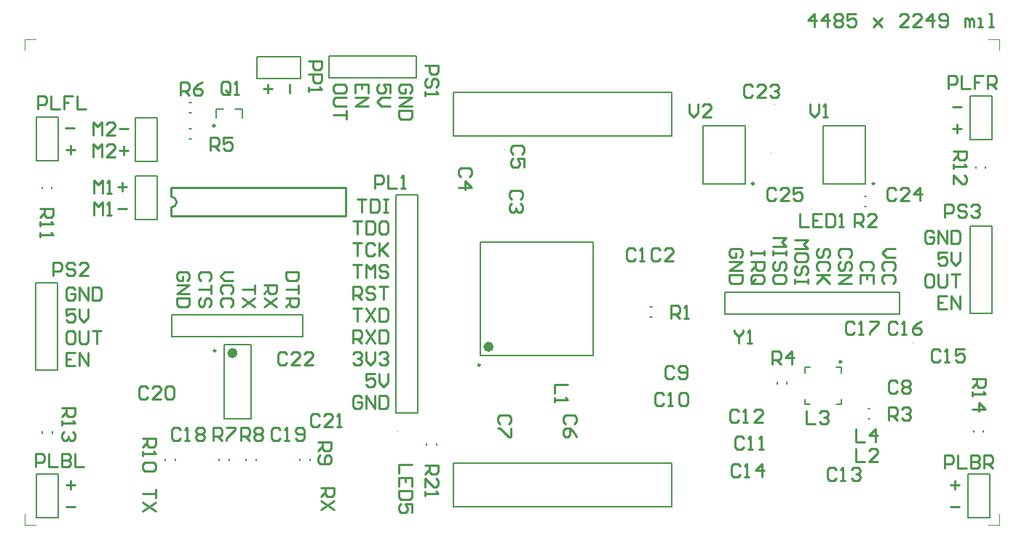
<source format=gto>
G04 Layer_Color=65535*
%FSLAX25Y25*%
%MOIN*%
G70*
G01*
G75*
%ADD36C,0.01000*%
%ADD47C,0.00984*%
%ADD48C,0.02362*%
%ADD49C,0.00394*%
%ADD50C,0.00787*%
%ADD51C,0.00100*%
D36*
X104545Y246600D02*
G03*
X104545Y251600I0J2500D01*
G01*
Y255600D02*
X184545D01*
X104545Y251600D02*
Y255600D01*
Y242600D02*
X184545D01*
X104545D02*
Y246600D01*
X184545Y242600D02*
Y255600D01*
X399099Y329500D02*
Y335498D01*
X396100Y332499D01*
X400099D01*
X405097Y329500D02*
Y335498D01*
X402098Y332499D01*
X406097D01*
X408096Y334498D02*
X409096Y335498D01*
X411095D01*
X412095Y334498D01*
Y333499D01*
X411095Y332499D01*
X412095Y331499D01*
Y330500D01*
X411095Y329500D01*
X409096D01*
X408096Y330500D01*
Y331499D01*
X409096Y332499D01*
X408096Y333499D01*
Y334498D01*
X409096Y332499D02*
X411095D01*
X418093Y335498D02*
X414094D01*
Y332499D01*
X416093Y333499D01*
X417093D01*
X418093Y332499D01*
Y330500D01*
X417093Y329500D01*
X415094D01*
X414094Y330500D01*
X426090Y333499D02*
X430089Y329500D01*
X428090Y331499D01*
X430089Y333499D01*
X426090Y329500D01*
X442085D02*
X438086D01*
X442085Y333499D01*
Y334498D01*
X441085Y335498D01*
X439086D01*
X438086Y334498D01*
X448083Y329500D02*
X444085D01*
X448083Y333499D01*
Y334498D01*
X447084Y335498D01*
X445084D01*
X444085Y334498D01*
X453082Y329500D02*
Y335498D01*
X450082Y332499D01*
X454081D01*
X456081Y330500D02*
X457080Y329500D01*
X459080D01*
X460079Y330500D01*
Y334498D01*
X459080Y335498D01*
X457080D01*
X456081Y334498D01*
Y333499D01*
X457080Y332499D01*
X460079D01*
X468077Y329500D02*
Y333499D01*
X469076D01*
X470076Y332499D01*
Y329500D01*
Y332499D01*
X471076Y333499D01*
X472075Y332499D01*
Y329500D01*
X474075D02*
X476074D01*
X475074D01*
Y333499D01*
X474075D01*
X479073Y329500D02*
X481073D01*
X480073D01*
Y335498D01*
X479073D01*
X362487Y190258D02*
Y189258D01*
X364487Y187259D01*
X366486Y189258D01*
Y190258D01*
X364487Y187259D02*
Y184260D01*
X368485D02*
X370485D01*
X369485D01*
Y190258D01*
X368485Y189258D01*
X341900Y294008D02*
Y290010D01*
X343899Y288010D01*
X345899Y290010D01*
Y294008D01*
X351897Y288010D02*
X347898D01*
X351897Y292009D01*
Y293009D01*
X350897Y294008D01*
X348898D01*
X347898Y293009D01*
X397100Y294008D02*
Y290010D01*
X399099Y288010D01*
X401099Y290010D01*
Y294008D01*
X403098Y288010D02*
X405097D01*
X404098D01*
Y294008D01*
X403098Y293009D01*
X220900Y128500D02*
X226898D01*
Y125501D01*
X225898Y124501D01*
X223899D01*
X222899Y125501D01*
Y128500D01*
Y126501D02*
X220900Y124501D01*
Y118503D02*
Y122502D01*
X224899Y118503D01*
X225898D01*
X226898Y119503D01*
Y121502D01*
X225898Y122502D01*
X220900Y116504D02*
Y114505D01*
Y115504D01*
X226898D01*
X225898Y116504D01*
X471400Y168000D02*
X477398D01*
Y165001D01*
X476398Y164001D01*
X474399D01*
X473399Y165001D01*
Y168000D01*
Y166001D02*
X471400Y164001D01*
Y162002D02*
Y160003D01*
Y161002D01*
X477398D01*
X476398Y162002D01*
X471400Y154005D02*
X477398D01*
X474399Y157004D01*
Y153005D01*
X54600Y154800D02*
X60598D01*
Y151801D01*
X59598Y150801D01*
X57599D01*
X56599Y151801D01*
Y154800D01*
Y152801D02*
X54600Y150801D01*
Y148802D02*
Y146803D01*
Y147802D01*
X60598D01*
X59598Y148802D01*
Y143804D02*
X60598Y142804D01*
Y140805D01*
X59598Y139805D01*
X58599D01*
X57599Y140805D01*
Y141804D01*
Y140805D01*
X56599Y139805D01*
X55600D01*
X54600Y140805D01*
Y142804D01*
X55600Y143804D01*
X462900Y272300D02*
X468898D01*
Y269301D01*
X467898Y268301D01*
X465899D01*
X464899Y269301D01*
Y272300D01*
Y270301D02*
X462900Y268301D01*
Y266302D02*
Y264303D01*
Y265302D01*
X468898D01*
X467898Y266302D01*
X462900Y257305D02*
Y261304D01*
X466899Y257305D01*
X467898D01*
X468898Y258305D01*
Y260304D01*
X467898Y261304D01*
X44600Y246200D02*
X50598D01*
Y243201D01*
X49598Y242201D01*
X47599D01*
X46599Y243201D01*
Y246200D01*
Y244201D02*
X44600Y242201D01*
Y240202D02*
Y238203D01*
Y239202D01*
X50598D01*
X49598Y240202D01*
X44600Y235204D02*
Y233204D01*
Y234204D01*
X50598D01*
X49598Y235204D01*
X91400Y140800D02*
X97398D01*
Y137801D01*
X96398Y136801D01*
X94399D01*
X93399Y137801D01*
Y140800D01*
Y138801D02*
X91400Y136801D01*
Y134802D02*
Y132803D01*
Y133802D01*
X97398D01*
X96398Y134802D01*
Y129804D02*
X97398Y128804D01*
Y126804D01*
X96398Y125805D01*
X92400D01*
X91400Y126804D01*
Y128804D01*
X92400Y129804D01*
X96398D01*
X171900Y139200D02*
X177898D01*
Y136201D01*
X176898Y135201D01*
X174899D01*
X173899Y136201D01*
Y139200D01*
Y137201D02*
X171900Y135201D01*
X172900Y133202D02*
X171900Y132202D01*
Y130203D01*
X172900Y129203D01*
X176898D01*
X177898Y130203D01*
Y132202D01*
X176898Y133202D01*
X175899D01*
X174899Y132202D01*
Y129203D01*
X136415Y139800D02*
Y145798D01*
X139414D01*
X140414Y144798D01*
Y142799D01*
X139414Y141799D01*
X136415D01*
X138414D02*
X140414Y139800D01*
X142413Y144798D02*
X143413Y145798D01*
X145412D01*
X146412Y144798D01*
Y143799D01*
X145412Y142799D01*
X146412Y141799D01*
Y140800D01*
X145412Y139800D01*
X143413D01*
X142413Y140800D01*
Y141799D01*
X143413Y142799D01*
X142413Y143799D01*
Y144798D01*
X143413Y142799D02*
X145412D01*
X123715Y139800D02*
Y145798D01*
X126714D01*
X127714Y144798D01*
Y142799D01*
X126714Y141799D01*
X123715D01*
X125714D02*
X127714Y139800D01*
X129713Y145798D02*
X133712D01*
Y144798D01*
X129713Y140800D01*
Y139800D01*
X108742Y298042D02*
Y304041D01*
X111742D01*
X112741Y303041D01*
Y301042D01*
X111742Y300042D01*
X108742D01*
X110742D02*
X112741Y298042D01*
X118739Y304041D02*
X116740Y303041D01*
X114741Y301042D01*
Y299042D01*
X115740Y298042D01*
X117740D01*
X118739Y299042D01*
Y300042D01*
X117740Y301042D01*
X114741D01*
X122500Y272900D02*
Y278898D01*
X125499D01*
X126499Y277898D01*
Y275899D01*
X125499Y274899D01*
X122500D01*
X124499D02*
X126499Y272900D01*
X132497Y278898D02*
X128498D01*
Y275899D01*
X130497Y276899D01*
X131497D01*
X132497Y275899D01*
Y273900D01*
X131497Y272900D01*
X129498D01*
X128498Y273900D01*
X379900Y174600D02*
Y180598D01*
X382899D01*
X383899Y179598D01*
Y177599D01*
X382899Y176599D01*
X379900D01*
X381899D02*
X383899Y174600D01*
X388897D02*
Y180598D01*
X385898Y177599D01*
X389897D01*
X433200Y149000D02*
Y154998D01*
X436199D01*
X437199Y153998D01*
Y151999D01*
X436199Y150999D01*
X433200D01*
X435199D02*
X437199Y149000D01*
X439198Y153998D02*
X440198Y154998D01*
X442197D01*
X443197Y153998D01*
Y152999D01*
X442197Y151999D01*
X441197D01*
X442197D01*
X443197Y150999D01*
Y150000D01*
X442197Y149000D01*
X440198D01*
X439198Y150000D01*
X417443Y237810D02*
Y243808D01*
X420442D01*
X421442Y242809D01*
Y240809D01*
X420442Y239810D01*
X417443D01*
X419443D02*
X421442Y237810D01*
X427440D02*
X423441D01*
X427440Y241809D01*
Y242809D01*
X426440Y243808D01*
X424441D01*
X423441Y242809D01*
X333500Y195600D02*
Y201598D01*
X336499D01*
X337499Y200598D01*
Y198599D01*
X336499Y197599D01*
X333500D01*
X335499D02*
X337499Y195600D01*
X339498D02*
X341497D01*
X340498D01*
Y201598D01*
X339498Y200598D01*
X131441Y299242D02*
Y303241D01*
X130442Y304241D01*
X128442D01*
X127443Y303241D01*
Y299242D01*
X128442Y298242D01*
X130442D01*
X129442Y300242D02*
X131441Y298242D01*
X130442D02*
X131441Y299242D01*
X133441Y298242D02*
X135440D01*
X134440D01*
Y304241D01*
X133441Y303241D01*
X458800Y242000D02*
Y247998D01*
X461799D01*
X462799Y246998D01*
Y244999D01*
X461799Y243999D01*
X458800D01*
X468797Y246998D02*
X467797Y247998D01*
X465798D01*
X464798Y246998D01*
Y245999D01*
X465798Y244999D01*
X467797D01*
X468797Y243999D01*
Y243000D01*
X467797Y242000D01*
X465798D01*
X464798Y243000D01*
X470796Y246998D02*
X471796Y247998D01*
X473795D01*
X474795Y246998D01*
Y245999D01*
X473795Y244999D01*
X472795D01*
X473795D01*
X474795Y243999D01*
Y243000D01*
X473795Y242000D01*
X471796D01*
X470796Y243000D01*
X50400Y215300D02*
Y221298D01*
X53399D01*
X54399Y220298D01*
Y218299D01*
X53399Y217299D01*
X50400D01*
X60397Y220298D02*
X59397Y221298D01*
X57398D01*
X56398Y220298D01*
Y219299D01*
X57398Y218299D01*
X59397D01*
X60397Y217299D01*
Y216300D01*
X59397Y215300D01*
X57398D01*
X56398Y216300D01*
X66395Y215300D02*
X62396D01*
X66395Y219299D01*
Y220298D01*
X65395Y221298D01*
X63396D01*
X62396Y220298D01*
X220800Y311700D02*
X226798D01*
Y308701D01*
X225798Y307701D01*
X223799D01*
X222799Y308701D01*
Y311700D01*
X225798Y301703D02*
X226798Y302703D01*
Y304702D01*
X225798Y305702D01*
X224799D01*
X223799Y304702D01*
Y302703D01*
X222799Y301703D01*
X221800D01*
X220800Y302703D01*
Y304702D01*
X221800Y305702D01*
X220800Y299704D02*
Y297705D01*
Y298704D01*
X226798D01*
X225798Y299704D01*
X167400Y313900D02*
X173398D01*
Y310901D01*
X172398Y309901D01*
X170399D01*
X169399Y310901D01*
Y313900D01*
X167400Y307902D02*
X173398D01*
Y304903D01*
X172398Y303903D01*
X170399D01*
X169399Y304903D01*
Y307902D01*
X167400Y301904D02*
Y299904D01*
Y300904D01*
X173398D01*
X172398Y301904D01*
X460400Y301200D02*
Y307198D01*
X463399D01*
X464399Y306198D01*
Y304199D01*
X463399Y303199D01*
X460400D01*
X466398Y307198D02*
Y301200D01*
X470397D01*
X476395Y307198D02*
X472396D01*
Y304199D01*
X474396D01*
X472396D01*
Y301200D01*
X478394D02*
Y307198D01*
X481393D01*
X482393Y306198D01*
Y304199D01*
X481393Y303199D01*
X478394D01*
X480394D02*
X482393Y301200D01*
X43400Y291700D02*
Y297698D01*
X46399D01*
X47399Y296698D01*
Y294699D01*
X46399Y293699D01*
X43400D01*
X49398Y297698D02*
Y291700D01*
X53397D01*
X59395Y297698D02*
X55396D01*
Y294699D01*
X57395D01*
X55396D01*
Y291700D01*
X61394Y297698D02*
Y291700D01*
X65393D01*
X458800Y127100D02*
Y133098D01*
X461799D01*
X462799Y132098D01*
Y130099D01*
X461799Y129099D01*
X458800D01*
X464798Y133098D02*
Y127100D01*
X468797D01*
X470796Y133098D02*
Y127100D01*
X473795D01*
X474795Y128100D01*
Y129099D01*
X473795Y130099D01*
X470796D01*
X473795D01*
X474795Y131099D01*
Y132098D01*
X473795Y133098D01*
X470796D01*
X476794Y127100D02*
Y133098D01*
X479793D01*
X480793Y132098D01*
Y130099D01*
X479793Y129099D01*
X476794D01*
X478793D02*
X480793Y127100D01*
X42500Y127800D02*
Y133798D01*
X45499D01*
X46499Y132798D01*
Y130799D01*
X45499Y129799D01*
X42500D01*
X48498Y133798D02*
Y127800D01*
X52497D01*
X54496Y133798D02*
Y127800D01*
X57495D01*
X58495Y128800D01*
Y129799D01*
X57495Y130799D01*
X54496D01*
X57495D01*
X58495Y131799D01*
Y132798D01*
X57495Y133798D01*
X54496D01*
X60494D02*
Y127800D01*
X64493D01*
X197900Y255300D02*
Y261298D01*
X200899D01*
X201899Y260298D01*
Y258299D01*
X200899Y257299D01*
X197900D01*
X203898Y261298D02*
Y255300D01*
X207897D01*
X209896D02*
X211895D01*
X210896D01*
Y261298D01*
X209896Y260298D01*
X214698Y128600D02*
X208700D01*
Y124601D01*
X214698Y118603D02*
Y122602D01*
X208700D01*
Y118603D01*
X211699Y122602D02*
Y120603D01*
X214698Y116604D02*
X208700D01*
Y113605D01*
X209700Y112605D01*
X213698D01*
X214698Y113605D01*
Y116604D01*
Y106607D02*
Y110606D01*
X211699D01*
X212699Y108607D01*
Y107607D01*
X211699Y106607D01*
X209700D01*
X208700Y107607D01*
Y109606D01*
X209700Y110606D01*
X392500Y243808D02*
Y237810D01*
X396499D01*
X402497Y243808D02*
X398498D01*
Y237810D01*
X402497D01*
X398498Y240809D02*
X400497D01*
X404496Y243808D02*
Y237810D01*
X407495D01*
X408495Y238810D01*
Y242809D01*
X407495Y243808D01*
X404496D01*
X410494Y237810D02*
X412494D01*
X411494D01*
Y243808D01*
X410494Y242809D01*
X418200Y145098D02*
Y139100D01*
X422199D01*
X427197D02*
Y145098D01*
X424198Y142099D01*
X428197D01*
X395600Y153298D02*
Y147300D01*
X399599D01*
X401598Y152298D02*
X402598Y153298D01*
X404597D01*
X405597Y152298D01*
Y151299D01*
X404597Y150299D01*
X403597D01*
X404597D01*
X405597Y149299D01*
Y148300D01*
X404597Y147300D01*
X402598D01*
X401598Y148300D01*
X418300Y136098D02*
Y130100D01*
X422299D01*
X428297D02*
X424298D01*
X428297Y134099D01*
Y135098D01*
X427297Y136098D01*
X425298D01*
X424298Y135098D01*
X286298Y165500D02*
X280300D01*
Y161501D01*
Y159502D02*
Y157503D01*
Y158502D01*
X286298D01*
X285298Y159502D01*
X381399Y254809D02*
X380399Y255808D01*
X378400D01*
X377400Y254809D01*
Y250810D01*
X378400Y249810D01*
X380399D01*
X381399Y250810D01*
X387397Y249810D02*
X383398D01*
X387397Y253809D01*
Y254809D01*
X386397Y255808D01*
X384398D01*
X383398Y254809D01*
X393395Y255808D02*
X389396D01*
Y252809D01*
X391395Y253809D01*
X392395D01*
X393395Y252809D01*
Y250810D01*
X392395Y249810D01*
X390396D01*
X389396Y250810D01*
X436599Y254709D02*
X435599Y255708D01*
X433600D01*
X432600Y254709D01*
Y250710D01*
X433600Y249710D01*
X435599D01*
X436599Y250710D01*
X442597Y249710D02*
X438598D01*
X442597Y253709D01*
Y254709D01*
X441597Y255708D01*
X439598D01*
X438598Y254709D01*
X447595Y249710D02*
Y255708D01*
X444596Y252709D01*
X448595D01*
X370899Y301909D02*
X369899Y302908D01*
X367900D01*
X366900Y301909D01*
Y297910D01*
X367900Y296910D01*
X369899D01*
X370899Y297910D01*
X376897Y296910D02*
X372898D01*
X376897Y300909D01*
Y301909D01*
X375897Y302908D01*
X373898D01*
X372898Y301909D01*
X378896D02*
X379896Y302908D01*
X381895D01*
X382895Y301909D01*
Y300909D01*
X381895Y299909D01*
X380895D01*
X381895D01*
X382895Y298910D01*
Y297910D01*
X381895Y296910D01*
X379896D01*
X378896Y297910D01*
X157514Y179298D02*
X156514Y180298D01*
X154515D01*
X153515Y179298D01*
Y175300D01*
X154515Y174300D01*
X156514D01*
X157514Y175300D01*
X163512Y174300D02*
X159513D01*
X163512Y178299D01*
Y179298D01*
X162512Y180298D01*
X160513D01*
X159513Y179298D01*
X169510Y174300D02*
X165511D01*
X169510Y178299D01*
Y179298D01*
X168510Y180298D01*
X166511D01*
X165511Y179298D01*
X172499Y151098D02*
X171499Y152098D01*
X169500D01*
X168500Y151098D01*
Y147100D01*
X169500Y146100D01*
X171499D01*
X172499Y147100D01*
X178497Y146100D02*
X174498D01*
X178497Y150099D01*
Y151098D01*
X177497Y152098D01*
X175498D01*
X174498Y151098D01*
X180496Y146100D02*
X182495D01*
X181496D01*
Y152098D01*
X180496Y151098D01*
X93814Y163898D02*
X92814Y164898D01*
X90815D01*
X89815Y163898D01*
Y159900D01*
X90815Y158900D01*
X92814D01*
X93814Y159900D01*
X99812Y158900D02*
X95813D01*
X99812Y162899D01*
Y163898D01*
X98812Y164898D01*
X96813D01*
X95813Y163898D01*
X101811D02*
X102811Y164898D01*
X104810D01*
X105810Y163898D01*
Y159900D01*
X104810Y158900D01*
X102811D01*
X101811Y159900D01*
Y163898D01*
X154414Y144798D02*
X153414Y145798D01*
X151415D01*
X150415Y144798D01*
Y140800D01*
X151415Y139800D01*
X153414D01*
X154414Y140800D01*
X156413Y139800D02*
X158412D01*
X157413D01*
Y145798D01*
X156413Y144798D01*
X161411Y140800D02*
X162411Y139800D01*
X164410D01*
X165410Y140800D01*
Y144798D01*
X164410Y145798D01*
X162411D01*
X161411Y144798D01*
Y143799D01*
X162411Y142799D01*
X165410D01*
X108714Y144798D02*
X107714Y145798D01*
X105715D01*
X104715Y144798D01*
Y140800D01*
X105715Y139800D01*
X107714D01*
X108714Y140800D01*
X110713Y139800D02*
X112712D01*
X111713D01*
Y145798D01*
X110713Y144798D01*
X115711D02*
X116711Y145798D01*
X118710D01*
X119710Y144798D01*
Y143799D01*
X118710Y142799D01*
X119710Y141799D01*
Y140800D01*
X118710Y139800D01*
X116711D01*
X115711Y140800D01*
Y141799D01*
X116711Y142799D01*
X115711Y143799D01*
Y144798D01*
X116711Y142799D02*
X118710D01*
X417499Y193398D02*
X416499Y194398D01*
X414500D01*
X413500Y193398D01*
Y189400D01*
X414500Y188400D01*
X416499D01*
X417499Y189400D01*
X419498Y188400D02*
X421497D01*
X420498D01*
Y194398D01*
X419498Y193398D01*
X424496Y194398D02*
X428495D01*
Y193398D01*
X424496Y189400D01*
Y188400D01*
X437299Y193398D02*
X436299Y194398D01*
X434300D01*
X433300Y193398D01*
Y189400D01*
X434300Y188400D01*
X436299D01*
X437299Y189400D01*
X439298Y188400D02*
X441297D01*
X440298D01*
Y194398D01*
X439298Y193398D01*
X448295Y194398D02*
X446296Y193398D01*
X444296Y191399D01*
Y189400D01*
X445296Y188400D01*
X447296D01*
X448295Y189400D01*
Y190399D01*
X447296Y191399D01*
X444296D01*
X456799Y180698D02*
X455799Y181698D01*
X453800D01*
X452800Y180698D01*
Y176700D01*
X453800Y175700D01*
X455799D01*
X456799Y176700D01*
X458798Y175700D02*
X460797D01*
X459798D01*
Y181698D01*
X458798Y180698D01*
X467795Y181698D02*
X463796D01*
Y178699D01*
X465796Y179699D01*
X466795D01*
X467795Y178699D01*
Y176700D01*
X466795Y175700D01*
X464796D01*
X463796Y176700D01*
X365199Y128198D02*
X364199Y129198D01*
X362200D01*
X361200Y128198D01*
Y124200D01*
X362200Y123200D01*
X364199D01*
X365199Y124200D01*
X367198Y123200D02*
X369197D01*
X368198D01*
Y129198D01*
X367198Y128198D01*
X375196Y123200D02*
Y129198D01*
X372196Y126199D01*
X376195D01*
X409099Y126298D02*
X408099Y127298D01*
X406100D01*
X405100Y126298D01*
Y122300D01*
X406100Y121300D01*
X408099D01*
X409099Y122300D01*
X411098Y121300D02*
X413097D01*
X412098D01*
Y127298D01*
X411098Y126298D01*
X416096D02*
X417096Y127298D01*
X419096D01*
X420095Y126298D01*
Y125299D01*
X419096Y124299D01*
X418096D01*
X419096D01*
X420095Y123299D01*
Y122300D01*
X419096Y121300D01*
X417096D01*
X416096Y122300D01*
X364648Y153098D02*
X363649Y154098D01*
X361649D01*
X360650Y153098D01*
Y149100D01*
X361649Y148100D01*
X363649D01*
X364648Y149100D01*
X366648Y148100D02*
X368647D01*
X367647D01*
Y154098D01*
X366648Y153098D01*
X375645Y148100D02*
X371646D01*
X375645Y152099D01*
Y153098D01*
X374645Y154098D01*
X372646D01*
X371646Y153098D01*
X366848Y140598D02*
X365849Y141598D01*
X363849D01*
X362850Y140598D01*
Y136600D01*
X363849Y135600D01*
X365849D01*
X366848Y136600D01*
X368848Y135600D02*
X370847D01*
X369847D01*
Y141598D01*
X368848Y140598D01*
X373846Y135600D02*
X375845D01*
X374846D01*
Y141598D01*
X373846Y140598D01*
X330299Y160698D02*
X329299Y161698D01*
X327300D01*
X326300Y160698D01*
Y156700D01*
X327300Y155700D01*
X329299D01*
X330299Y156700D01*
X332298Y155700D02*
X334297D01*
X333298D01*
Y161698D01*
X332298Y160698D01*
X337296D02*
X338296Y161698D01*
X340296D01*
X341295Y160698D01*
Y156700D01*
X340296Y155700D01*
X338296D01*
X337296Y156700D01*
Y160698D01*
X334799Y173198D02*
X333799Y174198D01*
X331800D01*
X330800Y173198D01*
Y169200D01*
X331800Y168200D01*
X333799D01*
X334799Y169200D01*
X336798D02*
X337798Y168200D01*
X339797D01*
X340797Y169200D01*
Y173198D01*
X339797Y174198D01*
X337798D01*
X336798Y173198D01*
Y172199D01*
X337798Y171199D01*
X340797D01*
X437048Y166398D02*
X436049Y167398D01*
X434049D01*
X433050Y166398D01*
Y162400D01*
X434049Y161400D01*
X436049D01*
X437048Y162400D01*
X439048Y166398D02*
X440047Y167398D01*
X442047D01*
X443046Y166398D01*
Y165399D01*
X442047Y164399D01*
X443046Y163399D01*
Y162400D01*
X442047Y161400D01*
X440047D01*
X439048Y162400D01*
Y163399D01*
X440047Y164399D01*
X439048Y165399D01*
Y166398D01*
X440047Y164399D02*
X442047D01*
X259198Y147301D02*
X260198Y148301D01*
Y150300D01*
X259198Y151300D01*
X255200D01*
X254200Y150300D01*
Y148301D01*
X255200Y147301D01*
X260198Y145302D02*
Y141303D01*
X259198D01*
X255200Y145302D01*
X254200D01*
X289098Y147301D02*
X290098Y148301D01*
Y150300D01*
X289098Y151300D01*
X285100D01*
X284100Y150300D01*
Y148301D01*
X285100Y147301D01*
X290098Y141303D02*
X289098Y143303D01*
X287099Y145302D01*
X285100D01*
X284100Y144302D01*
Y142303D01*
X285100Y141303D01*
X286099D01*
X287099Y142303D01*
Y145302D01*
X265298Y271101D02*
X266298Y272101D01*
Y274100D01*
X265298Y275100D01*
X261300D01*
X260300Y274100D01*
Y272101D01*
X261300Y271101D01*
X266298Y265103D02*
Y269102D01*
X263299D01*
X264299Y267103D01*
Y266103D01*
X263299Y265103D01*
X261300D01*
X260300Y266103D01*
Y268102D01*
X261300Y269102D01*
X241298Y260701D02*
X242298Y261701D01*
Y263700D01*
X241298Y264700D01*
X237300D01*
X236300Y263700D01*
Y261701D01*
X237300Y260701D01*
X236300Y255703D02*
X242298D01*
X239299Y258702D01*
Y254703D01*
X264498Y250501D02*
X265498Y251501D01*
Y253500D01*
X264498Y254500D01*
X260500D01*
X259500Y253500D01*
Y251501D01*
X260500Y250501D01*
X264498Y248502D02*
X265498Y247502D01*
Y245503D01*
X264498Y244503D01*
X263499D01*
X262499Y245503D01*
Y246503D01*
Y245503D01*
X261499Y244503D01*
X260500D01*
X259500Y245503D01*
Y247502D01*
X260500Y248502D01*
X328499Y227098D02*
X327499Y228098D01*
X325500D01*
X324500Y227098D01*
Y223100D01*
X325500Y222100D01*
X327499D01*
X328499Y223100D01*
X334497Y222100D02*
X330498D01*
X334497Y226099D01*
Y227098D01*
X333497Y228098D01*
X331498D01*
X330498Y227098D01*
X317299D02*
X316299Y228098D01*
X314300D01*
X313300Y227098D01*
Y223100D01*
X314300Y222100D01*
X316299D01*
X317299Y223100D01*
X319298Y222100D02*
X321297D01*
X320298D01*
Y228098D01*
X319298Y227098D01*
X184999Y300001D02*
Y302000D01*
X183999Y303000D01*
X180001D01*
X179001Y302000D01*
Y300001D01*
X180001Y299001D01*
X183999D01*
X184999Y300001D01*
Y297002D02*
X180001D01*
X179001Y296002D01*
Y294003D01*
X180001Y293003D01*
X184999D01*
Y291004D02*
Y287005D01*
Y289004D01*
X179001D01*
X194999Y299001D02*
Y303000D01*
X189001D01*
Y299001D01*
X192000Y303000D02*
Y301001D01*
X189001Y297002D02*
X194999D01*
X189001Y293003D01*
X194999D01*
X204999Y299001D02*
Y303000D01*
X202000D01*
X203000Y301001D01*
Y300001D01*
X202000Y299001D01*
X200001D01*
X199001Y300001D01*
Y302000D01*
X200001Y303000D01*
X204999Y297002D02*
X201000D01*
X199001Y295003D01*
X201000Y293003D01*
X204999D01*
X213999Y299001D02*
X214999Y300001D01*
Y302000D01*
X213999Y303000D01*
X210001D01*
X209001Y302000D01*
Y300001D01*
X210001Y299001D01*
X212000D01*
Y301001D01*
X209001Y297002D02*
X214999D01*
X209001Y293003D01*
X214999D01*
Y291004D02*
X209001D01*
Y288005D01*
X210001Y287005D01*
X213999D01*
X214999Y288005D01*
Y291004D01*
X459797Y205999D02*
X455798D01*
Y200001D01*
X459797D01*
X455798Y203000D02*
X457797D01*
X461796Y200001D02*
Y205999D01*
X465795Y200001D01*
Y205999D01*
X452799Y215999D02*
X450800D01*
X449800Y214999D01*
Y211001D01*
X450800Y210001D01*
X452799D01*
X453799Y211001D01*
Y214999D01*
X452799Y215999D01*
X455798D02*
Y211001D01*
X456798Y210001D01*
X458797D01*
X459797Y211001D01*
Y215999D01*
X461796D02*
X465795D01*
X463796D01*
Y210001D01*
X459797Y225999D02*
X455798D01*
Y223000D01*
X457797Y224000D01*
X458797D01*
X459797Y223000D01*
Y221001D01*
X458797Y220001D01*
X456798D01*
X455798Y221001D01*
X461796Y225999D02*
Y222000D01*
X463796Y220001D01*
X465795Y222000D01*
Y225999D01*
X453799Y234999D02*
X452799Y235999D01*
X450800D01*
X449800Y234999D01*
Y231001D01*
X450800Y230001D01*
X452799D01*
X453799Y231001D01*
Y233000D01*
X451799D01*
X455798Y230001D02*
Y235999D01*
X459797Y230001D01*
Y235999D01*
X461796D02*
Y230001D01*
X464795D01*
X465795Y231001D01*
Y234999D01*
X464795Y235999D01*
X461796D01*
X60499Y208999D02*
X59499Y209999D01*
X57500D01*
X56500Y208999D01*
Y205001D01*
X57500Y204001D01*
X59499D01*
X60499Y205001D01*
Y207000D01*
X58499D01*
X62498Y204001D02*
Y209999D01*
X66497Y204001D01*
Y209999D01*
X68496D02*
Y204001D01*
X71495D01*
X72495Y205001D01*
Y208999D01*
X71495Y209999D01*
X68496D01*
X60499Y199999D02*
X56500D01*
Y197000D01*
X58499Y198000D01*
X59499D01*
X60499Y197000D01*
Y195001D01*
X59499Y194001D01*
X57500D01*
X56500Y195001D01*
X62498Y199999D02*
Y196000D01*
X64497Y194001D01*
X66497Y196000D01*
Y199999D01*
X59499Y189999D02*
X57500D01*
X56500Y188999D01*
Y185001D01*
X57500Y184001D01*
X59499D01*
X60499Y185001D01*
Y188999D01*
X59499Y189999D01*
X62498D02*
Y185001D01*
X63498Y184001D01*
X65497D01*
X66497Y185001D01*
Y189999D01*
X68496D02*
X72495D01*
X70495D01*
Y184001D01*
X60499Y179999D02*
X56500D01*
Y174001D01*
X60499D01*
X56500Y177000D02*
X58499D01*
X62498Y174001D02*
Y179999D01*
X66497Y174001D01*
Y179999D01*
X69000Y279644D02*
Y285642D01*
X70999Y283642D01*
X72999Y285642D01*
Y279644D01*
X78997D02*
X74998D01*
X78997Y283642D01*
Y284642D01*
X77997Y285642D01*
X75998D01*
X74998Y284642D01*
X80996Y282643D02*
X84995D01*
X69000Y269643D02*
Y275642D01*
X70999Y273642D01*
X72999Y275642D01*
Y269643D01*
X78997D02*
X74998D01*
X78997Y273642D01*
Y274642D01*
X77997Y275642D01*
X75998D01*
X74998Y274642D01*
X80996Y272642D02*
X84995D01*
X82995Y274642D02*
Y270643D01*
X69200Y253044D02*
Y259042D01*
X71199Y257042D01*
X73199Y259042D01*
Y253044D01*
X75198D02*
X77197D01*
X76198D01*
Y259042D01*
X75198Y258042D01*
X80196Y256043D02*
X84195D01*
X82196Y258042D02*
Y254043D01*
X69200Y243043D02*
Y249042D01*
X71199Y247042D01*
X73199Y249042D01*
Y243043D01*
X75198D02*
X77197D01*
X76198D01*
Y249042D01*
X75198Y248042D01*
X80196Y246042D02*
X84195D01*
X148900Y303100D02*
Y299101D01*
X150899Y301101D02*
X146901D01*
X158900Y303100D02*
Y299101D01*
X462600Y292600D02*
X466599D01*
X462600Y282600D02*
X466599D01*
X464599Y284599D02*
Y280601D01*
X461400Y109400D02*
X465399D01*
X461400Y119400D02*
X465399D01*
X463399Y121399D02*
Y117401D01*
X56200Y283000D02*
X60199D01*
X56400Y273000D02*
X60399D01*
X58399Y274999D02*
Y271001D01*
X56600Y119500D02*
X60599D01*
X58599Y121499D02*
Y117501D01*
X56600Y109500D02*
X60599D01*
X173300Y118100D02*
X179298D01*
Y115101D01*
X178298Y114101D01*
X176299D01*
X175299Y115101D01*
Y118100D01*
Y116101D02*
X173300Y114101D01*
X179298Y112102D02*
X173300Y108103D01*
X179298D02*
X173300Y112102D01*
X97598Y117500D02*
Y113501D01*
Y115501D01*
X91600D01*
X97598Y111502D02*
X91600Y107503D01*
X97598D02*
X91600Y111502D01*
X436099Y227598D02*
X432100D01*
X430101Y225599D01*
X432100Y223599D01*
X436099D01*
X435099Y217601D02*
X436099Y218601D01*
Y220600D01*
X435099Y221600D01*
X431101D01*
X430101Y220600D01*
Y218601D01*
X431101Y217601D01*
X435099Y211603D02*
X436099Y212603D01*
Y214602D01*
X435099Y215602D01*
X431101D01*
X430101Y214602D01*
Y212603D01*
X431101Y211603D01*
X425099Y217601D02*
X426099Y218601D01*
Y220600D01*
X425099Y221600D01*
X421101D01*
X420101Y220600D01*
Y218601D01*
X421101Y217601D01*
X426099Y211603D02*
Y215602D01*
X420101D01*
Y211603D01*
X423100Y215602D02*
Y213603D01*
X415099Y223599D02*
X416099Y224599D01*
Y226598D01*
X415099Y227598D01*
X411101D01*
X410101Y226598D01*
Y224599D01*
X411101Y223599D01*
X415099Y217601D02*
X416099Y218601D01*
Y220600D01*
X415099Y221600D01*
X414100D01*
X413100Y220600D01*
Y218601D01*
X412100Y217601D01*
X411101D01*
X410101Y218601D01*
Y220600D01*
X411101Y221600D01*
X410101Y215602D02*
X416099D01*
X410101Y211603D01*
X416099D01*
X405099Y223599D02*
X406099Y224599D01*
Y226598D01*
X405099Y227598D01*
X404100D01*
X403100Y226598D01*
Y224599D01*
X402100Y223599D01*
X401101D01*
X400101Y224599D01*
Y226598D01*
X401101Y227598D01*
X405099Y217601D02*
X406099Y218601D01*
Y220600D01*
X405099Y221600D01*
X401101D01*
X400101Y220600D01*
Y218601D01*
X401101Y217601D01*
X406099Y215602D02*
X400101D01*
X402100D01*
X406099Y211603D01*
X403100Y214602D01*
X400101Y211603D01*
X390101Y231597D02*
X396099D01*
X394100Y229597D01*
X396099Y227598D01*
X390101D01*
X396099Y222600D02*
Y224599D01*
X395099Y225599D01*
X391101D01*
X390101Y224599D01*
Y222600D01*
X391101Y221600D01*
X395099D01*
X396099Y222600D01*
X395099Y215602D02*
X396099Y216602D01*
Y218601D01*
X395099Y219601D01*
X394100D01*
X393100Y218601D01*
Y216602D01*
X392100Y215602D01*
X391101D01*
X390101Y216602D01*
Y218601D01*
X391101Y219601D01*
X396099Y213603D02*
Y211603D01*
Y212603D01*
X390101D01*
Y213603D01*
Y211603D01*
X380101Y232596D02*
X386099D01*
X384100Y230597D01*
X386099Y228598D01*
X380101D01*
X386099Y226598D02*
Y224599D01*
Y225599D01*
X380101D01*
Y226598D01*
Y224599D01*
X385099Y217601D02*
X386099Y218601D01*
Y220600D01*
X385099Y221600D01*
X384100D01*
X383100Y220600D01*
Y218601D01*
X382100Y217601D01*
X381101D01*
X380101Y218601D01*
Y220600D01*
X381101Y221600D01*
X386099Y212603D02*
Y214602D01*
X385099Y215602D01*
X381101D01*
X380101Y214602D01*
Y212603D01*
X381101Y211603D01*
X385099D01*
X386099Y212603D01*
X376099Y226598D02*
Y224599D01*
Y225599D01*
X370101D01*
Y226598D01*
Y224599D01*
Y221600D02*
X376099D01*
Y218601D01*
X375099Y217601D01*
X373100D01*
X372100Y218601D01*
Y221600D01*
Y219601D02*
X370101Y217601D01*
X371101Y211603D02*
X375099D01*
X376099Y212603D01*
Y214602D01*
X375099Y215602D01*
X371101D01*
X370101Y214602D01*
Y212603D01*
X372100Y213603D02*
X370101Y211603D01*
Y212603D02*
X371101Y211603D01*
X365099Y223599D02*
X366099Y224599D01*
Y226598D01*
X365099Y227598D01*
X361101D01*
X360101Y226598D01*
Y224599D01*
X361101Y223599D01*
X363100D01*
Y225599D01*
X360101Y221600D02*
X366099D01*
X360101Y217601D01*
X366099D01*
Y215602D02*
X360101D01*
Y212603D01*
X361101Y211603D01*
X365099D01*
X366099Y212603D01*
Y215602D01*
X191999Y159299D02*
X190999Y160299D01*
X189000D01*
X188000Y159299D01*
Y155301D01*
X189000Y154301D01*
X190999D01*
X191999Y155301D01*
Y157300D01*
X189999D01*
X193998Y154301D02*
Y160299D01*
X197997Y154301D01*
Y160299D01*
X199996D02*
Y154301D01*
X202995D01*
X203995Y155301D01*
Y159299D01*
X202995Y160299D01*
X199996D01*
X197997Y170299D02*
X193998D01*
Y167300D01*
X195997Y168300D01*
X196997D01*
X197997Y167300D01*
Y165301D01*
X196997Y164301D01*
X194998D01*
X193998Y165301D01*
X199996Y170299D02*
Y166300D01*
X201995Y164301D01*
X203995Y166300D01*
Y170299D01*
X188000Y179299D02*
X189000Y180299D01*
X190999D01*
X191999Y179299D01*
Y178300D01*
X190999Y177300D01*
X189999D01*
X190999D01*
X191999Y176300D01*
Y175301D01*
X190999Y174301D01*
X189000D01*
X188000Y175301D01*
X193998Y180299D02*
Y176300D01*
X195997Y174301D01*
X197997Y176300D01*
Y180299D01*
X199996Y179299D02*
X200996Y180299D01*
X202995D01*
X203995Y179299D01*
Y178300D01*
X202995Y177300D01*
X201995D01*
X202995D01*
X203995Y176300D01*
Y175301D01*
X202995Y174301D01*
X200996D01*
X199996Y175301D01*
X188000Y184301D02*
Y190299D01*
X190999D01*
X191999Y189299D01*
Y187300D01*
X190999Y186300D01*
X188000D01*
X189999D02*
X191999Y184301D01*
X193998Y190299D02*
X197997Y184301D01*
Y190299D02*
X193998Y184301D01*
X199996Y190299D02*
Y184301D01*
X202995D01*
X203995Y185301D01*
Y189299D01*
X202995Y190299D01*
X199996D01*
X188000Y200299D02*
X191999D01*
X189999D01*
Y194301D01*
X193998Y200299D02*
X197997Y194301D01*
Y200299D02*
X193998Y194301D01*
X199996Y200299D02*
Y194301D01*
X202995D01*
X203995Y195301D01*
Y199299D01*
X202995Y200299D01*
X199996D01*
X188000Y204301D02*
Y210299D01*
X190999D01*
X191999Y209299D01*
Y207300D01*
X190999Y206300D01*
X188000D01*
X189999D02*
X191999Y204301D01*
X197997Y209299D02*
X196997Y210299D01*
X194998D01*
X193998Y209299D01*
Y208300D01*
X194998Y207300D01*
X196997D01*
X197997Y206300D01*
Y205301D01*
X196997Y204301D01*
X194998D01*
X193998Y205301D01*
X199996Y210299D02*
X203995D01*
X201995D01*
Y204301D01*
X188000Y220299D02*
X191999D01*
X189999D01*
Y214301D01*
X193998D02*
Y220299D01*
X195997Y218300D01*
X197997Y220299D01*
Y214301D01*
X203995Y219299D02*
X202995Y220299D01*
X200996D01*
X199996Y219299D01*
Y218300D01*
X200996Y217300D01*
X202995D01*
X203995Y216300D01*
Y215301D01*
X202995Y214301D01*
X200996D01*
X199996Y215301D01*
X188000Y230299D02*
X191999D01*
X189999D01*
Y224301D01*
X197997Y229299D02*
X196997Y230299D01*
X194998D01*
X193998Y229299D01*
Y225301D01*
X194998Y224301D01*
X196997D01*
X197997Y225301D01*
X199996Y230299D02*
Y224301D01*
Y226300D01*
X203995Y230299D01*
X200996Y227300D01*
X203995Y224301D01*
X188000Y240299D02*
X191999D01*
X189999D01*
Y234301D01*
X193998Y240299D02*
Y234301D01*
X196997D01*
X197997Y235301D01*
Y239299D01*
X196997Y240299D01*
X193998D01*
X202995D02*
X200996D01*
X199996Y239299D01*
Y235301D01*
X200996Y234301D01*
X202995D01*
X203995Y235301D01*
Y239299D01*
X202995Y240299D01*
X189999Y250299D02*
X193998D01*
X191999D01*
Y244301D01*
X195997Y250299D02*
Y244301D01*
X198996D01*
X199996Y245301D01*
Y249299D01*
X198996Y250299D01*
X195997D01*
X201995D02*
X203995D01*
X202995D01*
Y244301D01*
X201995D01*
X203995D01*
X163014Y217000D02*
X157016D01*
Y214001D01*
X158016Y213001D01*
X162014D01*
X163014Y214001D01*
Y217000D01*
Y211002D02*
Y207003D01*
Y209003D01*
X157016D01*
Y205004D02*
X163014D01*
Y202005D01*
X162014Y201005D01*
X160015D01*
X159015Y202005D01*
Y205004D01*
Y203005D02*
X157016Y201005D01*
X147016Y211002D02*
X153014D01*
Y208003D01*
X152014Y207003D01*
X150015D01*
X149015Y208003D01*
Y211002D01*
Y209003D02*
X147016Y207003D01*
X153014Y205004D02*
X147016Y201005D01*
X153014D02*
X147016Y205004D01*
X143014Y211002D02*
Y207003D01*
Y209003D01*
X137016D01*
X143014Y205004D02*
X137016Y201005D01*
X143014D02*
X137016Y205004D01*
X133014Y217000D02*
X129015D01*
X127016Y215001D01*
X129015Y213001D01*
X133014D01*
X132014Y207003D02*
X133014Y208003D01*
Y210002D01*
X132014Y211002D01*
X128016D01*
X127016Y210002D01*
Y208003D01*
X128016Y207003D01*
X132014Y201005D02*
X133014Y202005D01*
Y204004D01*
X132014Y205004D01*
X128016D01*
X127016Y204004D01*
Y202005D01*
X128016Y201005D01*
X122014Y213001D02*
X123014Y214001D01*
Y216000D01*
X122014Y217000D01*
X118016D01*
X117016Y216000D01*
Y214001D01*
X118016Y213001D01*
X123014Y211002D02*
Y207003D01*
Y209003D01*
X117016D01*
X122014Y201005D02*
X123014Y202005D01*
Y204004D01*
X122014Y205004D01*
X121015D01*
X120015Y204004D01*
Y202005D01*
X119015Y201005D01*
X118016D01*
X117016Y202005D01*
Y204004D01*
X118016Y205004D01*
X112014Y213001D02*
X113014Y214001D01*
Y216000D01*
X112014Y217000D01*
X108016D01*
X107016Y216000D01*
Y214001D01*
X108016Y213001D01*
X110015D01*
Y215001D01*
X107016Y211002D02*
X113014D01*
X107016Y207003D01*
X113014D01*
Y205004D02*
X107016D01*
Y202005D01*
X108016Y201005D01*
X112014D01*
X113014Y202005D01*
Y205004D01*
D47*
X411566Y175924D02*
G03*
X411566Y175924I-492J0D01*
G01*
X246114Y174387D02*
G03*
X246114Y174387I-492J0D01*
G01*
X124648Y284118D02*
G03*
X124648Y284118I-492J0D01*
G01*
X124976Y181001D02*
G03*
X124976Y181001I-492J0D01*
G01*
X371492Y257566D02*
G03*
X371492Y257566I-492J0D01*
G01*
X426692D02*
G03*
X426692Y257566I-492J0D01*
G01*
D48*
X251134Y182753D02*
G03*
X251134Y182753I-1181J0D01*
G01*
X133834Y179889D02*
G03*
X133834Y179889I-1181J0D01*
G01*
D49*
X398148Y246062D02*
G03*
X398148Y246062I-197J0D01*
G01*
X435461Y271419D02*
G03*
X435461Y271419I-197J0D01*
G01*
X380941Y293958D02*
G03*
X380941Y293958I-197J0D01*
G01*
X379349Y271454D02*
G03*
X379349Y271454I-197J0D01*
G01*
X208649Y144065D02*
G03*
X208649Y144065I-197J0D01*
G01*
X257501Y273248D02*
G03*
X257501Y273248I-197J0D01*
G01*
X167456Y171748D02*
G03*
X167456Y171748I-197J0D01*
G01*
X162864Y118165D02*
G03*
X162864Y118165I-197J0D01*
G01*
X101164D02*
G03*
X101164Y118165I-197J0D01*
G01*
X444049Y184444D02*
G03*
X444049Y184444I-197J0D01*
G01*
X376940Y180129D02*
G03*
X376940Y180129I-197J0D01*
G01*
D50*
X409204Y173365D02*
X411665D01*
Y170904D02*
Y173365D01*
Y156435D02*
Y158896D01*
X409204Y156435D02*
X411665D01*
X394735D02*
X397196D01*
X394735D02*
Y158896D01*
Y173365D02*
X397196D01*
X394735Y170904D02*
Y173365D01*
X246016Y178816D02*
X297984D01*
Y230784D01*
X246016Y178816D02*
Y230784D01*
X297984D01*
X323906Y200964D02*
X324694D01*
X323906Y196436D02*
X324694D01*
X470400Y297600D02*
X480400D01*
Y277600D02*
Y297600D01*
X470400Y277600D02*
X480400D01*
X470400D02*
Y297600D01*
X473136Y264606D02*
Y265394D01*
X477664Y264606D02*
Y265394D01*
X163900Y305800D02*
Y315800D01*
X143900Y305800D02*
X163900D01*
X143900D02*
Y315800D01*
X163900D01*
X177000Y306100D02*
Y316100D01*
X217000D01*
X177000Y306100D02*
X217000D01*
Y316100D01*
X470500Y198000D02*
X480500D01*
X470500D02*
Y238000D01*
X480500Y198000D02*
Y238000D01*
X470500D02*
X480500D01*
X42400Y172000D02*
X52400D01*
X42400D02*
Y212000D01*
X52400Y172000D02*
Y212000D01*
X42400D02*
X52400D01*
X125337Y287661D02*
Y291598D01*
X128487D01*
X137148Y287661D02*
Y291598D01*
X133998D02*
X137148D01*
X112949Y290179D02*
X113736D01*
X112949Y294706D02*
X113736D01*
X422206Y247046D02*
X422994D01*
X422206Y251574D02*
X422994D01*
X112906Y282706D02*
X113693D01*
X112906Y278179D02*
X113693D01*
X88042Y287643D02*
X98043D01*
Y267642D02*
Y287643D01*
X88042Y267642D02*
X98043D01*
X88042D02*
Y287643D01*
Y241042D02*
X98043D01*
X88042D02*
Y261042D01*
X98043D01*
Y241042D02*
Y261042D01*
X45436Y255450D02*
Y256237D01*
X49964Y255450D02*
Y256237D01*
X52700Y268000D02*
Y288000D01*
X42700D02*
X52700D01*
X42700Y268000D02*
Y288000D01*
Y268000D02*
X52700D01*
X476664Y143650D02*
Y144437D01*
X472136Y143650D02*
Y144437D01*
X469400Y104400D02*
Y124400D01*
Y104400D02*
X479400D01*
Y124400D01*
X469400D02*
X479400D01*
X50164Y143206D02*
Y143994D01*
X45636Y143206D02*
Y143994D01*
X42800Y104500D02*
Y124500D01*
Y104500D02*
X52800D01*
Y124500D01*
X42800D02*
X52800D01*
X226064Y137663D02*
Y138450D01*
X221536Y137663D02*
Y138450D01*
X326300Y109300D02*
X333800D01*
X233800D02*
X326300D01*
X333800D02*
Y129300D01*
X326300D02*
X333800D01*
X233800Y109300D02*
Y129300D01*
X326300D01*
X128716Y183826D02*
X141314D01*
Y149574D02*
Y183826D01*
X128716Y149574D02*
Y183826D01*
Y149574D02*
X141314D01*
X143379Y130750D02*
Y131537D01*
X138851Y130750D02*
Y131537D01*
X131179Y130750D02*
Y131537D01*
X126651Y130750D02*
Y131537D01*
X168179Y130750D02*
Y131537D01*
X163651Y130750D02*
Y131537D01*
X106479Y130750D02*
Y131537D01*
X101951Y130750D02*
Y131537D01*
X386664Y165850D02*
Y166637D01*
X382136Y165850D02*
Y166637D01*
X423763Y149836D02*
X424550D01*
X423763Y154364D02*
X424550D01*
X348067Y283944D02*
X367358D01*
X348067Y257566D02*
X367358D01*
X348067D02*
Y283944D01*
X367358Y257566D02*
Y283944D01*
X403267D02*
X422558D01*
X403267Y257566D02*
X422558D01*
X403267D02*
Y283944D01*
X422558Y257566D02*
Y283944D01*
X438100Y197600D02*
Y207600D01*
X358100Y197600D02*
X438100D01*
X358100D02*
Y207600D01*
X438100D01*
X105015Y187500D02*
Y197500D01*
X165015Y187500D02*
Y197500D01*
X105015Y187500D02*
X165015D01*
X105015Y197500D02*
X165015D01*
X233800Y279300D02*
Y299300D01*
X326300D02*
X333800D01*
Y279300D02*
Y299300D01*
X326300Y279300D02*
X333800D01*
X233800D02*
X326300D01*
X233800Y299300D02*
X326300D01*
X207500Y159800D02*
Y252300D01*
Y152300D02*
X217500D01*
X207500D02*
Y159800D01*
Y252300D02*
X217500D01*
Y152300D02*
Y252300D01*
D51*
X483900Y318800D02*
Y323800D01*
X478900D02*
X483900D01*
X478900Y101000D02*
X483900D01*
Y106000D01*
X37400Y101000D02*
Y106000D01*
Y101000D02*
X42400D01*
X37400Y318800D02*
Y323800D01*
X42400D01*
M02*

</source>
